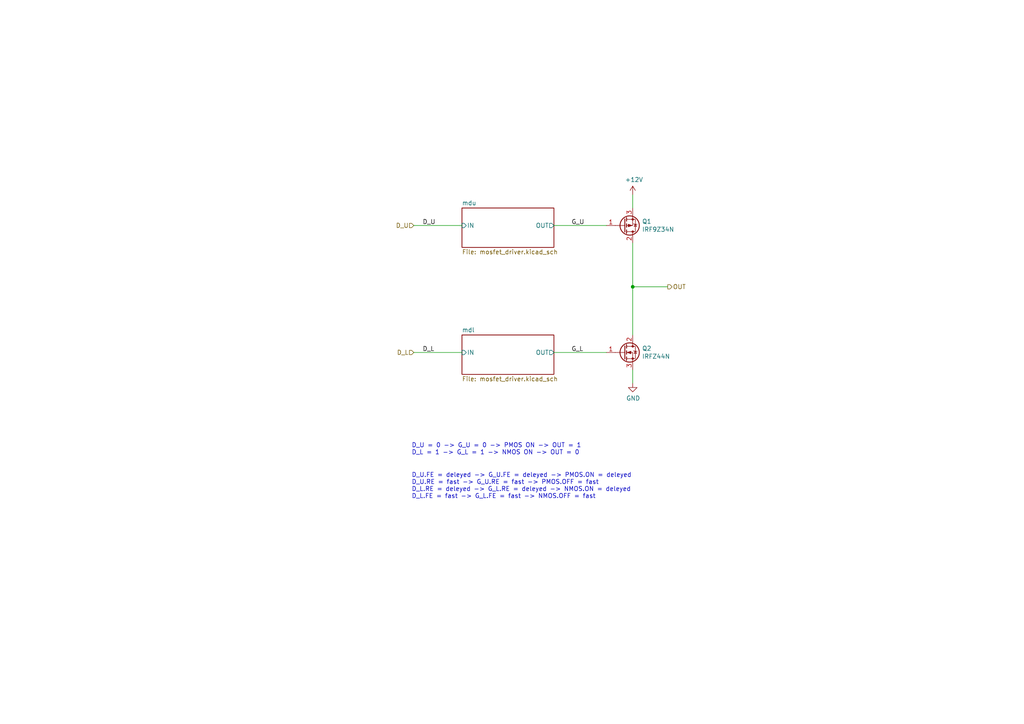
<source format=kicad_sch>
(kicad_sch (version 20211123) (generator eeschema)
  (paper "A4")
  (lib_symbols
    (symbol "Device:Q_NMOS_GDS" (pin_names (offset 0) hide)
      (property "Reference" "Q" (at 5.08 1.27 0))
      (property "Value" "Q_NMOS_GDS" (at 5.08 -1.27 0))
      (symbol "Q_NMOS_GDS_0_1"
        (polyline (pts (xy 0.254 0) (xy -2.54 0)))
        (polyline (pts (xy 0.254 1.905) (xy 0.254 -1.905)) (stroke (width 0.254)))
        (polyline (pts (xy 0.762 -1.27) (xy 0.762 -2.286)) (stroke (width 0.254)))
        (polyline (pts (xy 0.762 0.508) (xy 0.762 -0.508)) (stroke (width 0.254)))
        (polyline (pts (xy 0.762 2.286) (xy 0.762 1.27)) (stroke (width 0.254)))
        (polyline (pts (xy 2.54 2.54) (xy 2.54 1.778)))
        (polyline (pts (xy 2.54 -2.54) (xy 2.54 0) (xy 0.762 0)))
        (polyline (pts (xy 0.762 -1.778) (xy 3.302 -1.778) (xy 3.302 1.778) (xy 0.762 1.778)))
        (polyline (pts (xy 1.016 0) (xy 2.032 0.381) (xy 2.032 -0.381) (xy 1.016 0)) (fill (type outline)))
        (polyline (pts (xy 2.794 0.508) (xy 2.921 0.381) (xy 3.683 0.381) (xy 3.81 0.254)))
        (polyline (pts (xy 3.302 0.381) (xy 2.921 -0.254) (xy 3.683 -0.254) (xy 3.302 0.381)))
        (circle (center 1.651 0) (radius 2.794) (stroke (width 0.254)))
        (circle (center 2.54 -1.778) (radius 0.254) (fill (type outline)))
        (circle (center 2.54 1.778) (radius 0.254) (fill (type outline)))
      )
      (symbol "Q_NMOS_GDS_1_1"
        (pin input line (at -5.08 0 0) (length 2.54) (name "G") (number "1"))
        (pin passive line (at 2.54 5.08 270) (length 2.54) (name "D") (number "2"))
        (pin passive line (at 2.54 -5.08 90) (length 2.54) (name "S") (number "3"))
      )
    )
    (symbol "Device:Q_PMOS_GDS" (pin_names (offset 0) hide)
      (property "Reference" "Q" (at 5.08 1.27 0))
      (property "Value" "Q_PMOS_GDS" (at 5.08 -1.27 0))
      (symbol "Q_PMOS_GDS_0_1"
        (polyline (pts (xy 0.254 0) (xy -2.54 0)))
        (polyline (pts (xy 0.254 1.905) (xy 0.254 -1.905)) (stroke (width 0.254)))
        (polyline (pts (xy 0.762 -1.27) (xy 0.762 -2.286)) (stroke (width 0.254)))
        (polyline (pts (xy 0.762 0.508) (xy 0.762 -0.508)) (stroke (width 0.254)))
        (polyline (pts (xy 0.762 2.286) (xy 0.762 1.27)) (stroke (width 0.254)))
        (polyline (pts (xy 2.54 2.54) (xy 2.54 1.778)))
        (polyline (pts (xy 2.54 -2.54) (xy 2.54 0) (xy 0.762 0)))
        (polyline (pts (xy 0.762 1.778) (xy 3.302 1.778) (xy 3.302 -1.778) (xy 0.762 -1.778)))
        (polyline (pts (xy 2.286 0) (xy 1.27 0.381) (xy 1.27 -0.381) (xy 2.286 0)) (fill (type outline)))
        (polyline (pts (xy 2.794 -0.508) (xy 2.921 -0.381) (xy 3.683 -0.381) (xy 3.81 -0.254)))
        (polyline (pts (xy 3.302 -0.381) (xy 2.921 0.254) (xy 3.683 0.254) (xy 3.302 -0.381)))
        (circle (center 1.651 0) (radius 2.794) (stroke (width 0.254)))
        (circle (center 2.54 -1.778) (radius 0.254) (fill (type outline)))
        (circle (center 2.54 1.778) (radius 0.254) (fill (type outline)))
      )
      (symbol "Q_PMOS_GDS_1_1"
        (pin input line (at -5.08 0 0) (length 2.54) (name "G") (number "1"))
        (pin passive line (at 2.54 5.08 270) (length 2.54) (name "D") (number "2"))
        (pin passive line (at 2.54 -5.08 90) (length 2.54) (name "S") (number "3"))
      )
    )
    (symbol "power:+12V" (power) (pin_names (offset 0))
      (property "Value" "+12V" (at 0 3.556 0))
      (symbol "+12V_0_1"
        (polyline (pts (xy -0.762 1.27) (xy 0 2.54)))
        (polyline (pts (xy 0 0) (xy 0 2.54)))
        (polyline (pts (xy 0 2.54) (xy 0.762 1.27)))
      )
      (symbol "+12V_1_1"
        (pin power_in line (at 0 0 90) (length 0) hide (name "+12V") (number "1"))
      )
    )
    (symbol "power:GND" (power) (pin_names (offset 0))
      (property "Value" "GND" (at 0 -3.81 0))
      (symbol "GND_0_1"
        (polyline (pts (xy 0 0) (xy 0 -1.27) (xy 1.27 -1.27) (xy 0 -2.54) (xy -1.27 -1.27) (xy 0 -1.27)))
      )
      (symbol "GND_1_1"
        (pin power_in line (at 0 0 270) (length 0) hide (name "GND") (number "1"))
      )
    )
  )
  (junction (at 183.515 83.185))
  (wire (pts (xy 120.015 102.235) (xy 133.985 102.235)))
  (wire (pts (xy 183.515 83.185) (xy 183.515 97.155)))
  (wire (pts (xy 120.015 65.405) (xy 133.985 65.405)))
  (wire (pts (xy 183.515 56.515) (xy 183.515 60.325)))
  (wire (pts (xy 183.515 111.125) (xy 183.515 107.315)))
  (wire (pts (xy 160.655 102.235) (xy 175.895 102.235)))
  (wire (pts (xy 183.515 70.485) (xy 183.515 83.185)))
  (wire (pts (xy 160.655 65.405) (xy 175.895 65.405)))
  (wire (pts (xy 193.675 83.185) (xy 183.515 83.185)))
  (text "D_U = 0 -> G_U = 0 -> PMOS ON -> OUT = 1\nD_L = 1 -> G_L = 1 -> NMOS ON -> OUT = 0" (at 119.38 132.08 0) (effects (font (size 1.27 1.27)) (justify left bottom)))
  (text "D_U.FE = deleyed -> G_U.FE = deleyed -> PMOS.ON = deleyed\nD_U.RE = fast -> G_U.RE = fast -> PMOS.OFF = fast\nD_L.RE = deleyed -> G_L.RE = deleyed -> NMOS.ON = deleyed\nD_L.FE = fast -> G_L.FE = fast -> NMOS.OFF = fast" (at 119.38 144.78 0) (effects (font (size 1.27 1.27)) (justify left bottom)))
  (label "G_L" (at 165.735 102.235 0))
  (label "D_U" (at 122.555 65.405 0))
  (label "G_U" (at 165.735 65.405 0))
  (label "D_L" (at 122.555 102.235 0))
  (hierarchical_label "OUT" (shape output) (at 193.675 83.185 0))
  (hierarchical_label "D_U" (shape input) (at 120.015 65.405 180))
  (hierarchical_label "D_L" (shape input) (at 120.015 102.235 180))
  (symbol (lib_id "Device:Q_NMOS_GDS") (at 180.975 102.235 0) (unit 1)
    (property "Reference" "Q2" (at 186.2074 101.0666 0) (effects (justify left)))
    (property "Value" "IRFZ44N" (at 186.2074 103.378 0) (effects (justify left)))
    (property "Footprint" "Package_TO_SOT_THT:TO-220-3_Vertical" (effects hide))
  )
  (symbol (lib_id "power:+12V") (at 183.515 56.515 0) (unit 1)
    (property "Reference" "#PWR086" (effects hide))
    (property "Value" "+12V" (at 183.896 52.1208 0))
  )
  (symbol (lib_id "power:GND") (at 183.515 111.125 0) (unit 1)
    (property "Reference" "#PWR087" (effects hide))
    (property "Value" "GND" (at 183.642 115.5192 0))
  )
  (symbol (lib_id "Device:Q_PMOS_GDS") (at 180.975 65.405 0) (mirror x) (unit 1)
    (property "Reference" "Q1" (at 186.2074 64.2366 0) (effects (justify left)))
    (property "Value" "IRF9Z34N" (at 186.2074 66.548 0) (effects (justify left)))
    (property "Footprint" "Package_TO_SOT_THT:TO-220-3_Vertical" (effects hide))
  )
  (sheet (at 133.985 60.325) (size 26.67 11.43)
    (property "Sheet name" "mdu" (at 133.985 59.6134 0) (effects (justify left bottom)))
    (property "Sheet file" "mosfet_driver.kicad_sch" (at 133.985 72.3396 0) (effects (justify left top)))
    (pin "OUT" output (at 160.655 65.405 0))
    (pin "IN" input (at 133.985 65.405 180))
  )
  (sheet (at 133.985 97.155) (size 26.67 11.43)
    (property "Sheet name" "mdl" (at 133.985 96.4434 0) (effects (justify left bottom)))
    (property "Sheet file" "mosfet_driver.kicad_sch" (at 133.985 109.1696 0) (effects (justify left top)))
    (pin "OUT" output (at 160.655 102.235 0))
    (pin "IN" input (at 133.985 102.235 180))
  )
)
</source>
